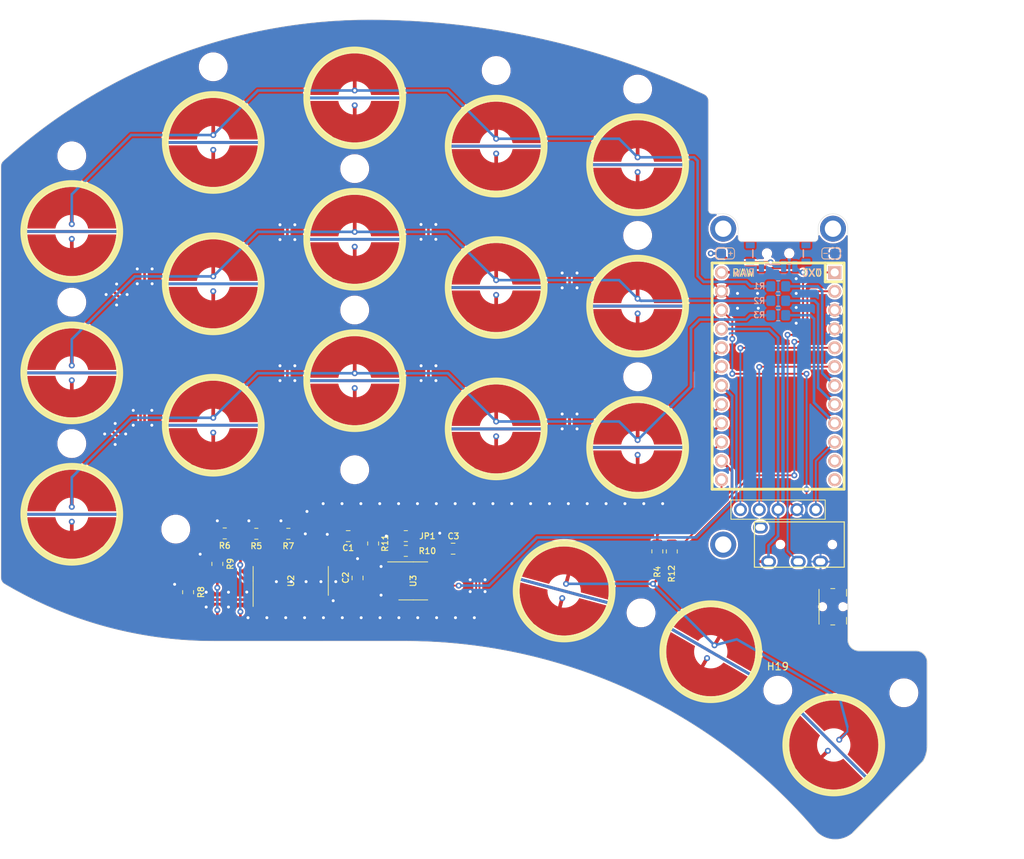
<source format=kicad_pcb>
(kicad_pcb (version 20221018) (generator pcbnew)
  (layers (0 "F.Cu" signal) (31 "B.Cu" signal) (34 "B.Paste" user) (35 "F.Paste" user) (36 "B.SilkS" user "B.Silkscreen") (37 "F.SilkS" user "F.Silkscreen") (38 "B.Mask" user) (39 "F.Mask" user) (44 "Edge.Cuts" user))
  (net 0 "")
  (net 1 "+3.3V")
  (net 2 "GND")
  (net 3 "APLEX_OUT_PIN_0")
  (net 4 "MOSI")
  (net 5 "SCK")
  (net 6 "CS")
  (net 8 "BAT+")
  (net 9 "RAW")
  (net 10 "Net-(R1-Pad1)")
  (net 11 "ROW0")
  (net 12 "ROW1")
  (net 13 "Net-(R2-Pad2)")
  (net 14 "ROW2")
  (net 15 "Net-(R3-Pad2)")
  (net 16 "COL0")
  (net 17 "COL1")
  (net 18 "COL2")
  (net 19 "COL3")
  (net 20 "COL4")
  (net 21 "Net-(JP1-A)")
  (net 22 "ADC")
  (net 23 "DATA")
  (net 24 "RESET")
  (net 25 "APLEX_EN_PIN_0")
  (net 26 "AMUX_SEL_2")
  (net 27 "AMUX_SEL_1")
  (net 28 "AMUX_SEL_0")
  (net 29 "Net-(R4-Pad2)")
  (net 30 "ROW3")
  (net 31 "HAND")
  (net 33 "POWER")
  (footprint "Capacitor_SMD:C_0805_2012Metric_Pad1.18x1.45mm_HandSolder" (layer "F.Cu") (at 213.988549 97.598989 180)
    (fp_text reference "C3")
    (fp_text value "100n")
  )
  (footprint "tako:MountingHole_3.4mm" (layer "F.Cu") (at 162.639543 44.666058)
    (fp_text reference "H1" hide)
    (fp_text value "MountingHole")
  )
  (footprint "Resistor_SMD:R_0805_2012Metric_Pad1.20x1.40mm_HandSolder" (layer "F.Cu") (at 243.439963 97.966057 -90)
    (fp_text reference "R12")
    (fp_text value "5.1k")
  )
  (footprint "tako:ecs_pad_1U_no_ring" (layer "F.Cu") (at 238.839549 45.859992 90)
    (fp_text reference "SW5")
    (fp_text value "EC_SW" hide)
  )
  (footprint "tako:ecs_pad_1U_no_ring" (layer "F.Cu") (at 200.73955 74.959991 90)
    (fp_text reference "SW13")
    (fp_text value "EC_SW" hide)
  )
  (footprint "tako:ecs_pad_1U_no_ring" (layer "F.Cu") (at 181.68955 80.9605 90)
    (fp_text reference "SW12")
    (fp_text value "EC_SW" hide)
  )
  (footprint "Button_Switch_SMD:Panasonic_EVQPUL_EVQPUC" (layer "F.Cu") (at 265.115971 105.420627 -90)
    (fp_text reference "RSW1" hide)
    (fp_text value "Reset")
  )
  (footprint "tako:ecs_pad_1U_no_ring" (layer "F.Cu") (at 219.78955 43.360005 90)
    (fp_text reference "SW4")
    (fp_text value "EC_SW" hide)
  )
  (footprint "tako:ecs_pad_1U_no_ring" (layer "F.Cu") (at 238.839549 83.959994 90)
    (fp_text reference "SW15")
    (fp_text value "EC_SW" hide)
  )
  (footprint "tako:ecs_pad_1U_no_ring" (layer "F.Cu") (at 162.639552 73.910492 90)
    (fp_text reference "SW6")
    (fp_text value "EC_SW" hide)
  )
  (footprint "Resistor_SMD:R_0805_2012Metric_Pad1.20x1.40mm_HandSolder" (layer "F.Cu") (at 191.804486 95.592133 180)
    (fp_text reference "R7")
    (fp_text value "100k")
  )
  (footprint "Package_SO:SOIC-8_3.9x4.9mm_P1.27mm" (layer "F.Cu") (at 208.622514 101.937135)
    (fp_text reference "U3")
    (fp_text value "OPA350")
  )
  (footprint "tako:bat_pin+" (layer "F.Cu") (at 250.116908 57.819421)
    (fp_text reference "BAT_HOLE+1" hide)
    (fp_text value "MountingHole_Pad" hide)
  )
  (footprint "tako:MountingHole_3.4mm" (layer "F.Cu") (at 219.789549 33.166058)
    (fp_text reference "H9" hide)
    (fp_text value "MountingHole")
  )
  (footprint "tako:ecs_pad_1U_no_ring" (layer "F.Cu") (at 200.73954 36.859996 90)
    (fp_text reference "SW3")
    (fp_text value "EC_SW" hide)
  )
  (footprint "tako:MountingHole_3.4mm" (layer "F.Cu") (at 238.839551 35.666058)
    (fp_text reference "H10" hide)
    (fp_text value "MountingHole")
  )
  (footprint "tako:M2_hole_3.5mm" (layer "F.Cu") (at 250.364002 97.039421 90)
    (fp_text reference "H17" hide)
    (fp_text value "MountingHole" hide)
  )
  (footprint "tako:ecs_pad_1U_no_ring" (layer "F.Cu") (at 162.63955 92.960494 90)
    (fp_text reference "SW11")
    (fp_text value "EC_SW" hide)
  )
  (footprint "tako:MountingHole_3.4mm" (layer "F.Cu") (at 239.297894 106.243092 -22.5)
    (fp_text reference "H13" hide)
    (fp_text value "MountingHole")
  )
  (footprint "tako:MountingHole_3.4mm" (layer "F.Cu") (at 162.639541 64.385492)
    (fp_text reference "H2" hide)
    (fp_text value "MountingHole")
  )
  (footprint "tako:MountingHole_3.4mm" (layer "F.Cu") (at 176.63955 94.960499)
    (fp_text reference "H5" hide)
    (fp_text value "MountingHole")
  )
  (footprint "Capacitor_SMD:C_0805_2012Metric_Pad1.18x1.45mm_HandSolder" (layer "F.Cu") (at 199.860014 95.898991)
    (fp_text reference "C1")
    (fp_text value "100n")
  )
  (footprint "Resistor_SMD:R_0805_2012Metric_Pad1.20x1.40mm_HandSolder" (layer "F.Cu") (at 182.23855 99.64899 90)
    (fp_text reference "R9")
    (fp_text value "100k")
  )
  (footprint "tako:M2_hole_3.5mm" (layer "F.Cu") (at 250.364001 54.480531)
    (fp_text reference "H15" hide)
    (fp_text value "MountingHole" hide)
  )
  (footprint "Resistor_SMD:R_0805_2012Metric_Pad1.20x1.40mm_HandSolder" (layer "F.Cu") (at 183.238547 95.542492 180)
    (fp_text reference "R6")
    (fp_text value "100k")
  )
  (footprint "tako:ecs_pad_1U_no_ring" (layer "F.Cu") (at 181.689546 42.860498 90)
    (fp_text reference "SW2")
    (fp_text value "EC_SW" hide)
  )
  (footprint "tako:TRRS-PJ-320A" (layer "F.Cu") (at 266.665975 97.039423 -90)
    (fp_text reference "J1")
    (fp_text value "MJ-4PP-9")
  )
  (footprint "Capacitor_SMD:C_0805_2012Metric_Pad1.18x1.45mm_HandSolder" (layer "F.Cu") (at 201.122517 101.542491 90)
    (fp_text reference "C2")
    (fp_text value "220p")
  )
  (footprint "Resistor_SMD:R_0805_2012Metric_Pad1.20x1.40mm_HandSolder" (layer "F.Cu") (at 187.488548 95.592136 180)
    (fp_text reference "R5")
    (fp_text value "100k")
  )
  (footprint "tako:ecs_pad_1U_no_ring_90deg" (layer "F.Cu") (at 248.689516 111.480384 150)
    (fp_text reference "SW17")
    (fp_text value "EC_SW" hide)
  )
  (footprint "tako:ecs_pad_1U_no_ring" (layer "F.Cu") (at 219.78955 62.409994 90)
    (fp_text reference "SW9")
    (fp_text value "EC_SW" hide)
  )
  (footprint "tako:MountingHole_3.4mm" (layer "F.Cu") (at 274.694073 117.01475 -22.5)
    (fp_text reference "H14" hide)
    (fp_text value "MountingHole")
  )
  (footprint "tako:ecs_pad_1U_no_ring" (layer "F.Cu") (at 181.689551 61.910495 90)
    (fp_text reference "SW7")
    (fp_text value "EC_SW" hide)
  )
  (footprint "tako:ecs_pad_1U_no_ring" (layer "F.Cu") (at 219.789545 81.459993 90)
    (fp_text reference "SW14")
    (fp_text value "EC_SW" hide)
  )
  (footprint "tako:ecs_pad_1U_no_ring" (layer "F.Cu") (at 162.63954 54.860494 90)
    (fp_text reference "SW1")
    (fp_text value "EC_SW" hide)
  )
  (footprint "Resistor_SMD:R_0805_2012Metric_Pad1.20x1.40mm_HandSolder" (layer "F.Cu") (at 207.622514 97.89899)
    (fp_text reference "R10")
    (fp_text value "100k")
  )
  (footprint "tako:MountingHole_3.4mm" (layer "F.Cu") (at 238.839549 74.434995)
    (fp_text reference "H12" hide)
    (fp_text value "MountingHole")
  )
  (footprint "tako:MountingHole_3.4mm" (layer "F.Cu") (at 200.739542 46.384998)
    (fp_text reference "H6" hide)
    (fp_text value "MountingHole")
  )
  (footprint "tako:ecs_pad_1U_no_ring" (layer "F.Cu") (at 238.839548 64.909997 90)
    (fp_text reference "SW10")
    (fp_text value "EC_SW" hide)
  )
  (footprint "Resistor_SMD:R_0805_2012Metric_Pad1.20x1.40mm_HandSolder" (layer "F.Cu") (at 178.304486 103.459424 90)
    (fp_text reference "R8")
    (fp_text value "100k")
  )
  (footprint "Package_SO:SOIC-16_3.9x9.9mm_P1.27mm" (layer "F.Cu") (at 192.122517 101.937137 90)
    (fp_text reference "U2")
    (fp_text value "74HC4051")
  )
  (footprint "Resistor_SMD:R_0805_2012Metric_Pad1.20x1.40mm_HandSolder" (layer "F.Cu") (at 207.622517 95.898992)
    (fp_text reference "JP1")
    (fp_text value "Ext_Res")
  )
  (footprint "tako:MountingHole_3.4mm" (layer "F.Cu") (at 181.689545 32.666057)
    (fp_text reference "H4" hide)
    (fp_text value "MountingHole")
  )
  (footprint "tako:MountingHole_3.4mm" (layer "F.Cu") (at 238.839549 55.384995)
    (fp_text reference "H11" hide)
    (fp_text value "MountingHole")
  )
  (footprint "tako:ecs_pad_1U_no_ring_90deg" (layer "F.Cu") (at 228.942589 103.300695 165)
    (fp_text reference "SW18")
    (fp_text value "EC_SW" hide)
  )
  (footprint "tako:ecs_pad_1U_no_ring" (layer "F.Cu") (at 200.739544 55.909999 90)
    (fp_text reference "SW8")
    (fp_text value "EC_SW" hide)
  )
  (footprint "tako:nice_view" (layer "F.Cu") (at 257.75433 75.852635)
    (fp_text reference "DISP1")
    (fp_text value "nice!view" hide)
  )
  (footprint "tako:M2_hole_3.5mm" (layer "F.Cu") (at 265.145326 54.480079)
    (fp_text reference "H16" hide)
    (fp_text value "MountingHole" hide)
  )
  (footprint "tako:MountingHole_3.4mm" (layer "F.Cu") (at 200.739541 65.434995)
    (fp_text reference "H7" hide)
    (fp_text value "MountingHole")
  )
  (footprint "tako:bat_pin-" (layer "F.Cu") (at 265.390409 57.819423 180)
    (fp_text reference "BAT_HOLE-1" hide)
    (fp_text value "MountingHole_Pad" hide)
  )
  (footprint "tako:ecs_pad_1U_no_ring_90deg" (layer "F.Cu") (at 265.249073 124.04775 135)
    (fp_text reference "SW16")
    (fp_text value "EC_SW" hide)
  )
  (footprint "Resistor_SMD:R_0805_2012Metric_Pad1.20x1.40mm_HandSolder" (layer "F.Cu") (at 203.222517 96.89899 90)
    (fp_text reference "R11")
    (fp_text value "1k")
  )
  (footprint "tako:MountingHole_3.4mm" (layer "F.Cu") (at 162.63955 83.435488)
    (fp_text reference "H3" hide)
    (fp_text value "MountingHole")
  )
  (footprint "Resistor_SMD:R_0805_2012Metric_Pad1.20x1.40mm_HandSolder" (layer "F.Cu") (at 241.489549 97.959989 -90)
    (fp_text reference "R4")
    (fp_text value "100")
  )
  (footprint "tako:MountingHole_3.4mm" (layer "F.Cu") (at 257.715972 116.670626)
    (fp_text reference "H19")
    (fp_text value "MountingHole")
  )
  (footprint "tako:MountingHole_3.4mm" (layer "F.Cu") (at 200.739548 86.959992)
    (fp_text reference "H8" hide)
    (fp_text value "MountingHole")
  )
  (footprint "tako:SW_SPDT_SMD_PCM12" (layer "B.Cu") (at 257.75458 58.142138)
    (fp_text reference "PSW1" hide)
    (fp_text value "SW_SPDT")
  )
  (footprint "tako:ArduinoProMicro" (layer "B.Cu") (at 257.754575 74.343659 -90)
    (fp_text reference "U1" hide)
    (fp_text value "STeMCell" hide)
  )
  (footprint "Resistor_SMD:R_0805_2012Metric_Pad1.20x1.40mm_HandSolder" (layer "B.Cu") (at 257.772518 66.142134 180)
    (fp_text reference "R3")
    (fp_text value "100")
  )
  (footprint "Resistor_SMD:R_0805_2012Metric_Pad1.20x1.40mm_HandSolder" (layer "B.Cu") (at 257.772513 64.192137 180)
    (fp_text reference "R2")
    (fp_text value "100")
  )
  (footprint "Resistor_SMD:R_0805_2012Metric_Pad1.20x1.40mm_HandSolder" (layer "B.Cu") (at 257.772514 62.242136)
    (fp_text reference "R1")
    (fp_text value "100")
  )
  (gr_line (start 276.294057 111.364599) (end 268.643644 111.364387) (stroke (width 0.1)) (layer "Edge.Cuts"))
  (gr_arc (start 277.819057 124.214599) (mid 277.670378 125.263417) (end 277.24832 126.23501) (stroke (width 0.1)) (layer "Edge.Cuts"))
  (gr_arc (start 202.739289 26.334575) (mid 225.817109 28.876226) (end 247.788744 36.379091) (stroke (width 0.05)) (layer "Edge.Cuts"))
  (gr_line (start 153.114941 86.246058) (end 153.114943 101.485645) (stroke (width 0.05)) (layer "Edge.Cuts"))
  (gr_line (start 248.364002 51.980529) (end 248.364002 37.284666) (stroke (width 0.05)) (layer "Edge.Cuts"))
  (gr_arc (start 153.588342 102.335003) (mid 153.241253 101.971847) (end 153.114943 101.485645) (stroke (width 0.05)) (layer "Edge.Cuts"))
  (gr_arc (start 263.145135 54.479892) (mid 263.730941 53.065606) (end 265.145268 52.479904) (stroke (width 0.05)) (layer "Edge.Cuts"))
  (gr_arc (start 181.689856 110.03599) (mid 167.121062 108.075856) (end 153.588342 102.335003) (stroke (width 0.05)) (layer "Edge.Cuts"))
  (gr_line (start 207.751735 110.035651) (end 181.689856 110.03599) (stroke (width 0.05)) (layer "Edge.Cuts"))
  (gr_line (start 153.114948 46.085744) (end 153.11494 60.166058) (stroke (width 0.05)) (layer "Edge.Cuts"))
  (gr_line (start 248.864006 52.480527) (end 250.363944 52.480355) (stroke (width 0.05)) (layer "Edge.Cuts"))
  (gr_arc (start 250.363944 52.480355) (mid 251.778243 53.06616) (end 252.363931 54.480488) (stroke (width 0.05)) (layer "Edge.Cuts"))
  (gr_line (start 252.864111 56.230419) (end 262.644956 56.229817) (stroke (width 0.05)) (layer "Edge.Cuts"))
  (gr_arc (start 276.294057 111.364599) (mid 277.372395 111.811261) (end 277.819057 112.889599) (stroke (width 0.1)) (layer "Edge.Cuts"))
  (gr_arc (start 267.79918 135.879353) (mid 265.356024 136.751584) (end 262.966865 135.740785) (stroke (width 0.05)) (layer "Edge.Cuts"))
  (gr_arc (start 153.114948 46.085744) (mid 153.199487 45.683416) (end 153.438748 45.349091) (stroke (width 0.05)) (layer "Edge.Cuts"))
  (gr_line (start 153.114941 86.246058) (end 153.11494 60.166058) (stroke (width 0.05)) (layer "Edge.Cuts"))
  (gr_line (start 267.145259 54.480041) (end 267.144942 94.264804) (stroke (width 0.05)) (layer "Edge.Cuts"))
  (gr_arc (start 248.864006 52.480527) (mid 248.510461 52.334073) (end 248.364002 51.980529) (stroke (width 0.05)) (layer "Edge.Cuts"))
  (gr_line (start 252.363931 54.480488) (end 252.364104 55.730421) (stroke (width 0.05)) (layer "Edge.Cuts"))
  (gr_arc (start 263.14496 55.72982) (mid 262.998476 56.08334) (end 262.644956 56.229817) (stroke (width 0.05)) (layer "Edge.Cuts"))
  (gr_line (start 267.144948 94.264807) (end 267.144057 109.839599) (stroke (width 0.1)) (layer "Edge.Cuts"))
  (gr_arc (start 207.751735 110.035651) (mid 238.182841 116.823197) (end 262.966864 135.740786) (stroke (width 0.05)) (layer "Edge.Cuts"))
  (gr_arc (start 252.864111 56.230419) (mid 252.51053 56.083972) (end 252.364104 55.730421) (stroke (width 0.05)) (layer "Edge.Cuts"))
  (gr_arc (start 153.438748 45.349091) (mid 176.319144 31.252928) (end 202.739289 26.334575) (stroke (width 0.05)) (layer "Edge.Cuts"))
  (gr_arc (start 247.788744 36.379091) (mid 248.208059 36.748229) (end 248.364002 37.284666) (stroke (width 0.05)) (layer "Edge.Cuts"))
  (gr_arc (start 265.145268 52.479904) (mid 266.559447 53.06581) (end 267.145259 54.480041) (stroke (width 0.05)) (layer "Edge.Cuts"))
  (gr_line (start 263.14496 55.72982) (end 263.145135 54.479892) (stroke (width 0.05)) (layer "Edge.Cuts"))
  (gr_arc (start 268.643644 111.364387) (mid 267.581771 110.908914) (end 267.144057 109.839599) (stroke (width 0.1)) (layer "Edge.Cuts"))
  (gr_line (start 277.24832 126.23501) (end 267.79918 135.879353) (stroke (width 0.1)) (layer "Edge.Cuts"))
  (gr_line (start 277.819057 112.889599) (end 277.819057 124.214599) (stroke (width 0.1)) (layer "Edge.Cuts"))
  (gr_text "TAKO\nREV 1.0\nBY SSBB" (at 203.389965 87.001456) (layer "F.Cu") (effects (font (size 0.8 0.8)) (justify left)))
  (segment (start 245.178981 99.339422) (end 256.465971 99.339424) (width 0.35) (layer "F.Cu") (net 1))
  (segment (start 243.439965 98.966056) (end 244.805614 98.966056) (width 0.35) (layer "F.Cu") (net 1))
  (segment (start 244.805614 98.966056) (end 245.178981 99.339422) (width 0.35) (layer "F.Cu") (net 1))
  (segment (start 257.75433 95.882271) (end 257.754328 92.332635) (width 0.35) (layer "B.Cu") (net 1))
  (segment (start 257.754332 69.180423) (end 257.75433 92.332635) (width 0.35) (layer "B.Cu") (net 1))
  (segment (start 256.465971 99.339424) (end 256.465972 97.170627) (width 0.35) (layer "B.Cu") (net 1))
  (segment (start 250.134576 67.99366) (end 256.567566 67.99366) (width 0.35) (layer "B.Cu") (net 1))
  (segment (start 255.872516 99.339423) (end 256.465971 99.339424) (width 0.35) (layer "B.Cu") (net 1))
  (segment (start 256.465972 97.170627) (end 257.75433 95.882271) (width 0.35) (layer "B.Cu") (net 1))
  (segment (start 256.567566 67.99366) (end 257.754332 69.180423) (width 0.35) (layer "B.Cu") (net 1))
  (via (at 260.189969 61.216057) (size 0.8) (drill 0.4) (layers "F.Cu" "B.Cu") (net 2))
  (via (at 194.088549 95.598991) (size 0.8) (drill 0.4) (layers "F.Cu" "B.Cu") (net 2))
  (via (at 186.201834 103.439598) (size 0.8) (drill 0.4) (layers "F.Cu" "B.Cu") (net 2))
  (via (at 186.488552 93.842492) (size 0.8) (drill 0.4) (layers "F.Cu" "B.Cu") (net 2))
  (via (at 234.58955 91.52999) (size 0.8) (drill 0.4) (layers "F.Cu" "B.Cu") (net 2))
  (via (at 192.676256 72.950602) (size 0.8) (drill 0.4) (layers "F.Cu" "B.Cu") (net 2))
  (via (at 229.509548 91.529992) (size 0.8) (drill 0.4) (layers "F.Cu" "B.Cu") (net 2))
  (via (at 180.73855 103.459422) (size 0.8) (drill 0.4) (layers "F.Cu" "B.Cu") (net 2))
  (via (at 173.456255 59.9006) (size 0.8) (drill 0.4) (layers "F.Cu" "B.Cu") (net 2))
  (via (at 186.368548 106.898991) (size 0.8) (drill 0.4) (layers "F.Cu" "B.Cu") (net 2))
  (via (at 232.049547 91.529992) (size 0.8) (drill 0.4) (layers "F.Cu" "B.Cu") (net 2))
  (via (at 228.676259 60.450602) (size 0.8) (drill 0.4) (layers "F.Cu" "B.Cu") (net 2))
  (via (at 230.676257 62.450599) (size 0.8) (drill 0.4) (layers "F.Cu" "B.Cu") (net 2))
  (via (at 239.669549 91.529989) (size 0.8) (drill 0.4) (layers "F.Cu" "B.Cu") (net 2))
  (via (at 224.429549 91.529989) (size 0.8) (drill 0.4) (layers "F.Cu" "B.Cu") (net 2))
  (via (at 170.089736 63.350052) (size 0.8) (drill 0.4) (layers "F.Cu" "B.Cu") (net 2))
  (via (at 218.289546 103.382637) (size 0.8) (drill 0.4) (layers "F.Cu" "B.Cu") (net 2))
  (via (at 176.488549 102.39899) (size 0.8) (drill 0.4) (layers "F.Cu" "B.Cu") (net 2))
  (via (at 173.416257 80.960603) (size 0.8) (drill 0.4) (layers "F.Cu" "B.Cu") (net 2))
  (via (at 212.190408 95.509423) (size 0.8) (drill 0.4) (layers "F.Cu" "B.Cu") (net 2))
  (via (at 190.676255 72.950602) (size 0.8) (drill 0.4) (layers "F.Cu" "B.Cu") (net 2))
  (via (at 196.489547 91.529992) (size 0.8) (drill 0.4) (layers "F.Cu" "B.Cu") (net 2))
  (via (at 204.288548 99.998989) (size 0.8) (drill 0.4) (layers "F.Cu" "B.Cu") (net 2))
  (via (at 204.148548 106.898991) (size 0.8) (drill 0.4) (layers "F.Cu" "B.Cu") (net 2))
  (via (at 216.809551 91.529992) (size 0.8) (drill 0.4) (layers "F.Cu" "B.Cu") (net 2))
  (via (at 190.804486 93.842492) (size 0.8) (drill 0.4) (layers "F.Cu" "B.Cu") (net 2))
  (via (at 204.109547 91.529992) (size 0.8) (drill 0.4) (layers "F.Cu" "B.Cu") (net 2))
  (via (at 209.676255 72.950599) (size 0.8) (drill 0.4) (layers "F.Cu" "B.Cu") (net 2))
  (via (at 216.848547 106.898991) (size 0.8) (drill 0.4) (layers "F.Cu" "B.Cu") (net 2))
  (via (at 218.28955 101.782634) (size 0.8) (drill 0.4) (layers "F.Cu" "B.Cu") (net 2))
  (via (at 192.18955 102.04049) (size 0.8) (drill 0.4) (layers "F.Cu" "B.Cu") (net 2))
  (via (at 168.675526 61.935838) (size 0.8) (drill 0.4) (layers "F.Cu" "B.Cu") (net 2))
  (via (at 170.916255 78.960598) (size 0.8) (drill 0.4) (layers "F.Cu" "B.Cu") (net 2))
  (via (at 237.129549 91.529992) (size 0.8) (drill 0.4) (layers "F.Cu" "B.Cu") (net 2))
  (via (at 228.67626 62.450601) (size 0.8) (drill 0.4) (layers "F.Cu" "B.Cu") (net 2))
  (via (at 180.73855 105.459421) (size 0.8) (drill 0.4) (layers "F.Cu" "B.Cu") (net 2))
  (via (at 196.528547 106.89899) (size 0.8) (drill 0.4) (layers "F.Cu" "B.Cu") (net 2))
  (via (at 197.840408 104.609424) (size 0.8) (drill 0.4) (layers "F.Cu" "B.Cu") (net 2))
  (via (at 183.73855 105.459423) (size 0.8) (drill 0.4) (layers "F.Cu" "B.Cu") (net 2))
  (via (at 183.73855 103.459423) (size 0.8) (drill 0.4) (layers "F.Cu" "B.Cu") (net 2))
  (via (at 168.481006 80.726494) (size 0.8) (drill 0.4) (layers "F.Cu" "B.Cu") (net 2))
  (via (at 206.688549 106.898991) (size 0.8) (drill 0.4) (layers "F.Cu" "B.Cu") (net 2))
  (via (at 214.269547 91.529991) (size 0.8) (drill 0.4) (layers "F.Cu" "B.Cu") (net 2))
  (via (at 211.676256 74.950602) (size 0.8) (drill 0.4) (layers "F.Cu" "B.Cu") (net 2))
  (via (at 221.889549 91.529991) (size 0.8) (drill 0.4) (layers "F.Cu" "B.Cu") (net 2))
  (via (at 206.649547 91.529992) (size 0.8) (drill 0.4) (layers "F.Cu" "B.Cu") (net 2))
  (via (at 192.676258 74.950601) (size 0.8) (drill 0.4) (layers "F.Cu" "B.Cu") (net 2))
  (via (at 228.676258 81.4506) (size 0.8) (drill 0.4) (layers "F.Cu" "B.Cu") (net 2))
  (via (at 190.676258 74.950603) (size 0.8) (drill 0.4) (layers "F.Cu" "B.Cu") (net 2))
  (via (at 211.66626 55.910601) (size 0.8) (drill 0.4) (layers "F.Cu" "B.Cu") (net 2))
  (via (at 179.926834 98.339598) (size 0.8) (drill 0.4) (layers "F.Cu" "B.Cu") (net 2))
  (via (at 188.90855 106.89899) (size 0.8) (drill 0.4) (layers "F.Cu" "B.Cu") (net 2))
  (via (at 230.676256 81.450604) (size 0.8) (drill 0.4) (layers "F.Cu" "B.Cu") (net 2))
  (via (at 173.456258 61.900604) (size 0.8) (drill 0.4) (layers "F.Cu" "B.Cu") (net 2))
  (via (at 199.068548 106.898989) (size 0.8) (drill 0.4) (layers "F.Cu" "B.Cu") (net 2))
  (via (at 255.088553 65.198993) (size 0.8) (drill 0.4) (layers "F.Cu" "B.Cu") (net 2))
  (via (at 211.768547 106.89899) (size 0.8) (drill 0.4) (layers "F.Cu" "B.Cu") (net 2))
  (via (at 201.608547 106.898991) (size 0.8) (drill 0.4) (layers "F.Cu" "B.Cu") (net 2))
  (via (at 199.029546 91.529991) (size 0.8) (drill 0.4) (layers "F.Cu" "B.Cu") (net 2))
  (via (at 209.666255 55.910603) (size 0.8) (drill 0.4) (layers "F.Cu" "B.Cu") (net 2))
  (via (at 201.569548 91.529992) (size 0.8) (drill 0.4) (layers "F.Cu" "B.Cu") (net 2))
  (via (at 260.189967 67.216055) (size 0.8) (drill 0.4) (layers "F.Cu" "B.Cu") (net 2))
  (via (at 260.189968 63.198991) (size 0.8) (drill 0.4) (layers "F.Cu" "B.Cu") (net 2))
  (via (at 192.676257 53.9506) (size 0.8) (drill 0.4) (layers "F.Cu" "B.Cu") (net 2))
  (via (at 194.189549 102.040493) (size 0.8) (drill 0.4) (layers "F.Cu" "B.Cu") (net 2))
  (via (at 169.895222 82.140707) (size 0.8) (drill 0.4) (layers "F.Cu" "B.Cu") (net 2))
  (via (at 190.676256 53.950602) (size 0.8) (drill 0.4) (layers "F.Cu" "B.Cu") (net 2))
  (via (at 216.289546 101.782635) (size 0.8) (drill 0.4) (layers "F.Cu" "B.Cu") (net 2))
  (via (at 171.456255 61.900602) (size 0.8) (drill 0.4) (layers "F.Cu" "B.Cu") (net 2))
  (via (at 204.98855 95.898989) (size 0.8) (drill 0.4) (layers "F.Cu" "B.Cu") (net 2))
  (via (at 198.189547 102.040493) (size 0.8) (drill 0.4) (layers "F.Cu" "B.Cu") (net 2))
  (via (at 242.209547 91.52999) (size 0.8) (drill 0.4) (layers "F.Cu" "B.Cu") (net 2))
  (via (at 214.308551 106.898991) (size 0.8) (drill 0.4) (layers "F.Cu" "B.Cu") (net 2))
  (via (at 219.349547 91.529989) (size 0.8) (drill 0.4) (layers "F.Cu" "B.Cu") (net 2))
  (via (at 260.189964 65.098991) (size 0.8) (drill 0.4) (layers "F.Cu" "B.Cu") (net 2))
  (via (at 211.666254 53.910601) (size 0.8) (drill 0.4) (layers "F.Cu" "B.Cu") (net 2))
  (via (at 230.676256 79.450602) (size 0.8) (drill 0.4) (layers "F.Cu" "B.Cu") (net 2))
  (via (at 190.676256 55.950601) (size 0.8) (drill 0.4) (layers "F.Cu" "B.Cu") (net 2))
  (via (at 209.18955 91.52999) (size 0.8) (drill 0.4) (layers "F.Cu" "B.Cu") (net 2))
  (via (at 216.289551 103.382635) (size 0.8) (drill 0.4) (layers "F.Cu" "B.Cu") (net 2))
  (via (at 211.676257 72.950603) (size 0.8) (drill 0.4) (layers "F.Cu" "B.Cu") (net 2))
  (via (at 209.666259 53.910603) (size 0.8) (drill 0.4) (layers "F.Cu" "B.Cu") (net 2))
  (via (at 204.290408 103.859422) (size 0.8) (drill 0.4) (layers "F.Cu" "B.Cu") (net 2))
  (via (at 254.98855 63.198991) (size 0.8) (drill 0.4) (layers "F.Cu" "B.Cu") (net 2))
  (via (at 192.676257 55.950604) (size 0.8) (drill 0.4) (layers "F.Cu" "B.Cu") (net 2))
  (via (at 167.261311 63.350051) (size 0.8) (drill 0.4) (layers "F.Cu" "B.Cu") (net 2))
  (via (at 209.676256 74.9506) (size 0.8) (drill 0.4) (layers "F.Cu" "B.Cu") (net 2))
  (via (at 190.189549 102.042491) (size 0.8) (drill 0.4) (layers "F.Cu" "B.Cu") (net 2))
  (via (at 252.288551 63.198991) (size 0.8) (drill 0.4) (layers "F.Cu" "B.Cu") (net 2))
  (via (at 211.72955 91.529992) (size 0.8) (drill 0.4) (layers "F.Cu" "B.Cu") (net 2))
  (via (at 167.066791 82.140706) (size 0.8) (drill 0.4) (layers "F.Cu" "B.Cu") (net 2))
  (via (at 168.675525 64.764265) (size 0.8) (drill 0.4) (layers "F.Cu" "B.Cu") (net 2))
  (via (at 171.456258 59.9006) (size 0.8) (drill 0.4) (layers "F.Cu" "B.Cu") (net 2))
  (via (at 228.676258 79.450602) (size 0.8) (drill 0.4) (layers "F.Cu" "B.Cu") (net 2))
  (via (at 197.044964 95.666058) (size 0.8) (drill 0.4) (layers "F.Cu" "B.Cu") (net 2))
  (via (at 209.228548 106.898991) (size 0.8) (drill 0.4) (layers "F.Cu" "B.Cu") (net 2))
  (via (at 194.309547 92.580492) (size 0.8) (drill 0.4) (layers "F.Cu" "B.Cu") (net 2))
  (via (at 173.416254 78.960601) (size 0.8) (drill 0.4) (layers "F.Cu" "B.Cu") (net 2))
  (via (at 191.448548 106.898991) (size 0.8) (drill 0.4) (layers "F.Cu" "B.Cu") (net 2))
  (via (at 201.122515 98.942493) (size 0.8) (drill 0.4) (layers "F.Cu" "B.Cu") (net 2))
  (via (at 182.238551 93.842492) (size 0.8) (drill 0.4) (layers "F.Cu" "B.Cu") (net 2))
  (via (at 170.916256 80.960601) (size 0.8) (drill 0.4) (layers "F.Cu" "B.Cu") (net 2))
  (via (at 196.18955 102.040491) (size 0.8) (drill 0.4) (layers "F.Cu" "B.Cu") (net 2))
  (via (at 226.969547 91.529992) (size 0.8) (drill 0.4) (layers "F.Cu" "B.Cu") (net 2))
  (via (at 168.481007 83.55492) (size 0.8) (drill 0.4) (layers "F.Cu" "B.Cu") (net 2))
  (via (at 193.98855 106.897008) (size 0.8) (drill 0.4) (layers "F.Cu" "B.Cu") (net 2))
  (via (at 230.676257 60.450602) (size 0.8) (drill 0.4) (layers "F.Cu" "B.Cu") (net 2))
  (via (at 252.288549 65.198992) (size 0.8) (drill 0.4) (layers "F.Cu" "B.Cu") (net 2))
  (segment (start 201.085016 102.542492) (end 199.434565 102.54249) (width 0.35) (layer "F.Cu") (net 3))
  (segment (start 217.092789 103.742998) (end 217.09279 95.129393) (width 0.25) (layer "F.Cu") (net 3))
  (segment (start 248.689547 91.119639) (end 248.68955 84.678689) (width 0.25) (layer "F.Cu") (net 3))
  (segment (start 209.989966 104.916057) (end 215.919732 104.916058) (width 0.25) (layer "F.Cu") (net 3))
  (segment (start 217.09279 95.129393) (end 217.762191 94.459992) (width 0.25) (layer "F.Cu") (net 3))
  (segment (start 215.919732 104.916058) (end 217.092789 103.742998) (width 0.25) (layer "F.Cu") (net 3))
  (segment (start 248.68955 84.678689) (end 250.134578 83.23366) (width 0.25) (layer "F.Cu") (net 3))
  (segment (start 190.217517 103.263524) (end 190.217515 104.412136) (width 0.35) (layer "F.Cu") (net 3))
  (segment (start 245.349195 94.459991) (end 248.689547 91.119639) (width 0.25) (layer "F.Cu") (net 3))
  (segment (start 199.03855 102.938508) (end 190.542534 102.938507) (width 0.35) (layer "F.Cu") (net 3))
  (segment (start 206.147517 102.572136) (end 207.646044 102.572135) (width 0.25) (layer "F.Cu") (net 3))
  (segment (start 201.122515 102.579991) (end 206.139659 102.579992) (width 0.35) (layer "F.Cu") (net 3))
  (segment (start 190.542534 102.938507) (end 190.217517 103.263524) (width 0.35) (layer "F.Cu") (net 3))
  (segment (start 207.646044 102.572135) (end 209.989966 104.916057) (width 0.25) (layer "F.Cu") (net 3))
  (segment (start 199.434565 102.54249) (end 199.03855 102.938508) (width 0.35) (layer "F.Cu") (net 3))
  (segment (start 217.762191 94.459992) (end 245.349195 94.459991) (width 0.25) (layer "F.Cu") (net 3))
  (segment (start 252.706381 70.533659) (end 265.374578 70.533661) (width 0.25) (layer "F.Cu") (net 4))
  (segment (start 252.674328 70.565709) (end 252.706381 70.533659) (width 0.25) (layer "F.Cu") (net 4))
  (via (at 252.674328 70.565709) (size 0.8) (drill 0.4) (layers "F.Cu" "B.Cu") (net 4))
  (segment (start 252.674328 70.565709) (end 252.67433 92.332634) (width 0.25) (layer "B.Cu") (net 4))
  (segment (start 255.214329 73.112048) (end 255.25272 73.07366) (width 0.25) (layer "F.Cu") (net 5))
  (segment (start 255.25272 73.07366) (end 265.374576 73.073658) (width 0.25) (layer "F.Cu") (net 5))
  (via (at 255.214329 73.112048) (size 0.8) (drill 0.4) (layers "F.Cu" "B.Cu") (net 5))
  (segment (start 255.214329 73.112048) (end 255.214331 92.332638) (width 0.25) (layer "B.Cu") (net 5))
  (segment (start 262.834333 85.773907) (end 265.374576 83.233662) (width 0.25) (layer "B.Cu") (net 6))
  (segment (start 262.834328 92.332633) (end 262.834333 85.773907) (width 0.25) (layer "B.Cu") (net 6))
  (segment (start 248.693333 57.819423) (end 248.689966 57.816058) (width 0.35) (layer "F.Cu") (net 8))
  (segment (start 250.116908 57.819421) (end 248.693333 57.819423) (width 0.35) (layer "F.Cu") (net 8))
  (segment (start 256.740408 59.009421) (end 251.306907 59.009424) (width 0.35) (layer "F.Cu") (net 8))
  (segment (start 251.306907 59.009424) (end 250.116908 57.819421) (width 0.35) (layer "F.Cu") (net 8))
  (via (at 248.689966 57.816058) (size 0.8) (drill 0.4) (layers "F.Cu" "B.Cu") (net 8))
  (via (at 256.740408 59.009421) (size 0.8) (drill 0.4) (layers "F.Cu" "B.Cu") (net 8))
  (segment (start 248.689966 57.816058) (end 250.113541 57.816056) (width 0.35) (layer "B.Cu") (net 8))
  (segment (start 257.303118 59.572134) (end 258.504578 59.572133) (width 0.35) (layer "B.Cu") (net 8))
  (segment (start 250.113541 57.816056) (end 250.116908 57.819421) (width 0.35) (layer "B.Cu") (net 8))
  (segment (start 256.740408 59.009421) (end 257.303118 59.572134) (width 0.35) (layer "B.Cu") (net 8))
  (segment (start 261.09041 60.359424) (end 250.148815 60.359424) (width 0.35) (layer "F.Cu") (net 9))
  (via (at 261.09041 60.359424) (size 0.8) (drill 0.4) (layers "F.Cu" "B.Cu") (net 9))
  (segment (start 261.09041 60.359424) (end 260.791867 60.359424) (width 0.35) (layer "B.Cu") (net 9))
  (segment (start 260.791867 60.359424) (end 260.00458 59.572134) (width 0.35) (layer "B.Cu") (net 9))
  (via (at 238.839548 44.859994) (size 0.8) (drill 0.4) (layers "F.Cu" "B.Cu") (net 10))
  (via (at 219.789552 42.360001) (size 0.8) (drill 0.4) (layers "F.Cu" "B.Cu") (net 10))
  (via (at 200.73954 35.859996) (size 0.8) (drill 0.4) (layers "F.Cu" "B.Cu") (net 10))
  (via (at 181.689543 41.860498) (size 0.8) (drill 0.4) (layers "F.Cu" "B.Cu") (net 10))
  (via (at 162.639541 53.860499) (size 0.8) (drill 0.4) (layers "F.Cu" "B.Cu") (net 10))
  (segment (start 253.466044 61.642135) (end 254.066042 62.242135) (width 0.35) (layer "B.Cu") (net 10))
  (segment (start 219.789552 42.360001) (end 213.289548 35.859997) (width 0.35) (layer "B.Cu") (net 10))
  (segment (start 246.922514 45.348609) (end 246.922517 60.848607) (width 0.35) (layer "B.Cu") (net 10))
  (segment (start 213.289548 35.859997) (end 200.73954 35.859996) (width 0.35) (layer "B.Cu") (net 10))
  (segment (start 247.716042 61.642132) (end 253.466044 61.642135) (width 0.35) (layer "B.Cu") (net 10))
  (segment (start 219.789552 42.360001) (end 236.339555 42.359999) (width 0.35) (layer "B.Cu") (net 10))
  (segment (start 181.689543 41.860498) (end 170.634351 41.860498) (width 0.35) (layer "B.Cu") (net 10))
  (segment (start 162.639542 49.855301) (end 162.639541 53.860499) (width 0.35) (layer "B.Cu") (net 10))
  (segment (start 238.839548 44.859994) (end 246.433903 44.859994) (width 0.35) (layer "B.Cu") (net 10))
  (segment (start 170.634351 41.860498) (end 162.639542 49.855301) (width 0.35) (layer "B.Cu") (net 10))
  (segment (start 181.689543 41.860498) (end 187.690044 35.859996) (width 0.35) (layer "B.Cu") (net 10))
  (segment (start 236.339555 42.359999) (end 238.839548 44.859994) (width 0.35) (layer "B.Cu") (net 10))
  (segment (start 246.922517 60.848607) (end 247.716042 61.642132) (width 0.35) (layer "B.Cu") (net 10))
  (segment (start 246.433903 44.859994) (end 246.922514 45.348609) (width 0.35) (layer "B.Cu") (net 10))
  (segment (start 254.066042 62.242135) (end 256.772513 62.242134) (width 0.35) (layer "B.Cu") (net 10))
  (segment (start 187.690044 35.859996) (end 200.73954 35.859996) (width 0.35) (layer "B.Cu") (net 10))
  (segment (start 263.692713 73.931797) (end 265.374578 75.613658) (width 0.35) (layer "B.Cu") (net 11))
  (segment (start 258.772515 62.242136) (end 263.094703 62.242133) (width 0.35) (layer "B.Cu") (net 11))
  (segment (start 263.692714 62.840145) (end 263.692713 73.931797) (width 0.35) (layer "B.Cu") (net 11))
  (segment (start 263.094703 62.242133) (end 263.692714 62.840145) (width 0.35) (layer "B.Cu") (net 11))
  (segment (start 263.142715 64.665145) (end 263.142715 75.921796) (width 0.35) (layer "B.Cu") (net 12))
  (segment (start 258.772515 64.192136) (end 262.669703 64.192135) (width 0.35) (layer "B.Cu") (net 12))
  (segment (start 263.142715 75.921796) (end 265.374576 78.15366) (width 0.35) (layer "B.Cu") (net 12))
  (segment (start 262.669703 64.192135) (end 263.142715 64.665145) (width 0.35) (layer "B.Cu") (net 12))
  (via (at 162.63955 72.910491) (size 0.8) (drill 0.4) (layers "F.Cu" "B.Cu") (net 13))
  (via (at 200.739548 54.909996) (size 0.8) (drill 0.4) (layers "F.Cu" "B.Cu") (net 13))
  (via (at 238.83955 63.909992) (size 0.8) (drill 0.4) (layers "F.Cu" "B.Cu") (net 13))
  (via (at 181.689551 60.910494) (size 0.8) (drill 0.4) (layers "F.Cu" "B.Cu") (net 13))
  (via (at 219.789553 61.409991) (size 0.8) (drill 0.4) (layers "F.Cu" "B.Cu") (net 13))
  (segment (start 162.639552 69.385478) (end 171.114538 60.910495) (width 0.35) (layer "B.Cu") (net 13))
  (segment (start 238.83955 63.909992) (end 236.339546 61.409991) (width 0.35) (layer "B.Cu") (net 13))
  (segment (start 171.114538 60.910495) (end 181.689551 60.910494) (width 0.35) (layer "B.Cu") (net 13))
  (segment (start 239.328799 64.192135) (end 256.772518 64.192135) (width 0.35) (layer "B.Cu") (net 13))
  (segment (start 162.63955 72.910491) (end 162.639552 69.385478) (width 0.35) (layer "B.Cu") (net 13))
  (segment (start 236.339546 61.409991) (end 219.789553 61.409991) (width 0.35) (layer "B.Cu") (net 13))
  (segment (start 187.690047 54.909997) (end 200.739548 54.909996) (width 0.35) (layer "B.Cu") (net 13))
  (segment (start 181.689551 60.910494) (end 187.690047 54.909997) (width 0.35) (layer "B.Cu") (net 13))
  (segment (start 200.739548 54.909996) (end 213.289552 54.909996) (width 0.35) (layer "B.Cu") (net 13))
  (segment (start 238.83955 63.909992) (end 238.975247 64.045691) (width 0.35) (layer "B.Cu") (net 13))
  (segment (start 213.289552 54.909996) (end 219.789553 61.409991) (width 0.35) (layer "B.Cu") (net 13))
  (arc (start 239.328799 64.192135) (mid 239.137457 64.154077) (end 238.975247 64.045691) (width 0.35) (layer "B.Cu") (net 13))
  (segment (start 262.119703 66.142134) (end 262.592714 66.615146) (width 0.35) (layer "B.Cu") (net 14))
  (segment (start 262.592714 66.615146) (end 262.592714 77.911797) (width 0.35) (layer "B.Cu") (net 14))
  (segment (start 258.772516 66.142134) (end 262.119703 66.142134) (width 0.35) (layer "B.Cu") (net 14))
  (segment (start 262.592714 77.911797) (end 265.374578 80.693659) (width 0.35) (layer "B.Cu") (net 14))
  (via (at 238.839549 82.959995) (size 0.8) (drill 0.4) (layers "F.Cu" "B.Cu") (net 15))
  (via (at 219.789545 80.459995) (size 0.8) (drill 0.4) (layers "F.Cu" "B.Cu") (net 15))
  (via (at 162.63955 91.960494) (size 0.8) (drill 0.4) (layers "F.Cu" "B.Cu") (net 15))
  (via (at 200.739548 73.959993) (size 0.8) (drill 0.4) (layers "F.Cu" "B.Cu") (net 15))
  (via (at 181.689549 79.960497) (size 0.8) (drill 0.4) (layers "F.Cu" "B.Cu") (net 15))
  (segment (start 213.289541 73.959994) (end 219.789545 80.459995) (width 0.35) (layer "B.Cu") (net 15))
  (segment (start 187.690053 73.959991) (end 200.739548 73.959993) (width 0.35) (layer "B.Cu") (net 15))
  (segment (start 247.188887 66.717134) (end 253.438885 66.717136) (width 0.35) (layer "B.Cu") (net 15))
  (segment (start 162.63955 91.960494) (end 162.639547 87.987311) (width 0.35) (layer "B.Cu") (net 15))
  (segment (start 246.022513 67.883509) (end 247.188887 66.717134) (width 0.35) (layer "B.Cu") (net 15))
  (segment (start 254.013889 66.142134) (end 256.772518 66.142134) (width 0.35) (layer "B.Cu") (net 15))
  (segment (start 238.839549 82.959995) (end 246.022513 75.777034) (width 0.35) (layer "B.Cu") (net 15))
  (segment (start 219.789545 80.459995) (end 236.339548 80.459995) (width 0.35) (layer "B.Cu") (net 15))
  (segment (start 170.666359 79.960495) (end 181.689549 79.960497) (width 0.35) (layer "B.Cu") (net 15))
  (segment (start 253.438885 66.717136) (end 254.013889 66.142134) (width 0.35) (layer "B.Cu") (net 15))
  (segment (start 162.639547 87.987311) (end 170.666359 79.960495) (width 0.35) (layer "B.Cu") (net 15))
  (segment (start 246.022513 75.777034) (end 246.022513 67.883509) (width 0.35) (layer "B.Cu") (net 15))
  (segment (start 236.339548 80.459995) (end 238.839549 82.959995) (width 0.35) (layer "B.Cu") (net 15))
  (segment (start 181.689549 79.960497) (end 187.690053 73.959991) (width 0.35) (layer "B.Cu") (net 15))
  (segment (start 200.739548 73.959993) (end 213.289541 73.959994) (width 0.35) (layer "B.Cu") (net 15))
  (segment (start 236.796015 113.070549) (end 253.628481 122.788776) (width 0.35) (layer "F.Cu") (net 16))
  (segment (start 171.889551 66.559167) (end 171.889551 89.013915) (width 0.35) (layer "F.Cu") (net 16))
  (segment (start 178.304483 107.230578) (end 179.847897 108.773992) (width 0.35) (layer "F.Cu") (net 16))
  (segment (start 171.88955 92.084435) (end 171.889551 102.33049) (width 0.35) (layer "F.Cu") (net 16))
  (segment (start 253.641529 122.785279) (end 258.009843 127.153594) (width 0.35) (layer "F.Cu") (net 16))
  (segment (start 171.889551 102.33049) (end 171.889549 103.065643) (width 0.35) (layer "F.Cu") (net 16))
  (segment (start 253.628481 122.788776) (end 253.641529 122.785279) (width 0.35) (layer "F.Cu") (net 16))
  (segment (start 163.22533 57.89495) (end 171.889551 66.559167) (width 0.35) (layer "F.Cu") (net 16))
  (segment (start 171.88955 92.084435) (end 171.889551 89.013915) (width 0.35) (layer "F.Cu") (net 16))
  (segment (start 262.143228 127.153595) (end 264.541967 124.754855) (width 0.35) (layer "F.Cu") (net 16))
  (segment (start 178.304487 104.459423) (end 178.304483 107.230578) (width 0.35) (layer "F.Cu") (net 16))
  (segment (start 236.788308 113.057197) (end 236.796015 113.070549) (width 0.35) (layer "F.Cu") (net 16))
  (segment (start 258.009843 127.153594) (end 262.143228 127.153595) (width 0.35) (layer "F.Cu") (net 16))
  (segment (start 171.889551 102.33049) (end 171.889551 98.666058) (width 0.35) (layer "F.Cu") (net 16))
  (segment (start 171.889549 103.065643) (end 173.283329 104.459424) (width 0.35) (layer "F.Cu") (net 16))
  (segment (start 171.889552 85.559171) (end 171.88955 88.286542) (width 0.35) (layer "F.Cu") (net 16))
  (segment (start 171.88955 88.286542) (end 171.88955 92.084435) (width 0.35) (layer "F.Cu") (net 16))
  (segment (start 164.390409 97.209422) (end 170.432918 97.209424) (width 0.35) (layer "F.Cu") (net 16))
  (segment (start 162.639548 76.30917) (end 171.889552 85.559171) (width 0.35) (layer "F.Cu") (net 16))
  (segment (start 173.283329 104.459424) (end 177.804486 104.459424) (width 0.35) (layer "F.Cu") (net 16))
  (segment (start 171.889551 98.666058) (end 170.432918 97.209424) (width 0.35) (layer "F.Cu") (net 16))
  (segment (start 220.803164 108.773992) (end 236.788308 113.057197) (width 0.35) (layer "F.Cu") (net 16))
  (segment (start 179.847897 108.773992) (end 220.803164 108.773992) (width 0.35) (layer "F.Cu") (net 16))
  (segment (start 187.630229 104.459424) (end 178.304487 104.459423) (width 0.35) (layer "F.Cu") (net 16))
  (via (at 264.454422 124.834003) (size 0.8) (drill 0.4) (layers "F.Cu" "B.Cu") (net 16))
  (via (at 162.63955 74.910488) (size 0.8) (drill 0.4) (layers "F.Cu" "B.Cu") (net 16))
  (via (at 162.639542 55.860497) (size 0.8) (drill 0.4) (layers "F.Cu" "B.Cu") (net 16))
  (via (at 162.63955 93.960492) (size 0.8) (drill 0.4) (layers "F.Cu" "B.Cu") (net 16))
  (arc (start 162.639541 56.480735) (mid 162.791781 57.246102) (end 163.22533 57.89495) (width 0.35) (layer "F.Cu") (net 16))
  (arc (start 171.889551 89.013915) (mid 171.889552 88.650231) (end 171.88955 88.286542) (width 0.35) (layer "F.Cu") (net 16))
  (segment (start 182.238551 102.859423) (end 182.238549 100.64899) (width 0.35) (layer "F.Cu") (net 17))
  (segment (start 188.947515 103.123605) (end 188.414964 102.591059) (width 0.35) (layer "F.Cu") (net 17))
  (segment (start 181.689553 64.3251) (end 172.439549 73.575102) (width 0.35) (layer "F.Cu") (net 17))
  (segment (start 188.414964 102.591059) (end 186.680612 102.591057) (width 0.35) (layer "F.Cu") (net 17))
  (segment (start 183.563551 108.223991) (end 221.030985 108.223992) (width 0.35) (layer "F.Cu") (net 17))
  (segment (start 172.439553 95.916056) (end 172.439552 95.185488) (width 0.35) (layer "F.Cu") (net 17))
  (segment (start 186.680612 102.591057) (end 184.738549 100.648992) (width 0.35) (layer "F.Cu") (net 17))
  (segment (start 172.439552 92.657425) (end 172.439553 95.916056) (width 0.35) (layer "F.Cu") (net 17))
  (segment (start 182.243715 106.904159) (end 183.563551 108.223991) (width 0.35) (layer "F.Cu") (net 17))
  (segment (start 172.439552 95.185488) (end 172.439551 76.185491) (width 0.35) (layer "F.Cu") (net 17))
  (segment (start 221.030985 108.223992) (end 237.409566 112.612621) (width 0.35) (layer "F.Cu") (net 17))
  (segment (start 237.409566 112.612621) (end 243.810725 116.308329) (width 0.35) (layer "F.Cu") (net 17))
  (segment (start 181.689546 45.325104) (end 172.43955 54.575098) (width 0.35) (layer "F.Cu") (net 17))
  (segment (start 243.810725 116.308329) (end 246.284846 115.645394) (width 0.35) (layer "F.Cu") (net 17))
  (segment (start 173.472901 100.648992) (end 172.439551 99.615645) (width 0.35) (layer "F.Cu") (net 17))
  (segment (start 182.243717 105.864591) (end 182.243715 106.904159) (width 0.35) (layer "F.Cu") (net 17))
  (segment (start 172.439549 73.575102) (end 172.439551 76.185491) (width 0.35) (layer "F.Cu") (net 17))
  (segment (start 184.738549 100.648992) (end 173.472901 100.648992) (width 0.35) (layer "F.Cu") (net 17))
  (segment (start 246.284846 115.645394) (end 248.189517 112.346412) (width 0.35) (layer "F.Cu") (net 17))
  (segment (start 172.439552 92.657425) (end 181.689546 83.407428) (width 0.35) (layer "F.Cu") (net 17))
  (segment (start 188.947516 104.412137) (end 188.947515 103.123605) (width 0.35) (layer "F.Cu") (net 17))
  (segment (start 172.439551 99.615645) (end 172.439553 95.916056) (width 0.35) (layer "F.Cu") (net 17))
  (segment (start 172.43955 54.575098) (end 172.439551 76.185491) (width 0.35) (layer "F.Cu") (net 17))
  (via (at 248.189512 112.346411) (size 0.8) (drill 0.4) (layers "F.Cu" "B.Cu") (net 17))
  (via (at 181.689549 62.910496) (size 0.8) (drill 0.4) (layers "F.Cu" "B.Cu") (net 17))
  (via (at 182.238551 102.859423) (size 0.8) (drill 0.4) (layers "F.Cu" "B.Cu") (net 17))
  (via (at 181.689546 43.8605) (size 0.8) (drill 0.4) (layers "F.Cu" "B.Cu") (net 17))
  (via (at 182.243717 105.864591) (size 0.8) (drill 0.4) (layers "F.Cu" "B.Cu") (net 17))
  (via (at 181.689553 81.960496) (size 0.8) (drill 0.4) (layers "F.Cu" "B.Cu") (net 17))
  (segment (start 182.238546 105.859424) (end 182.238551 102.859423) (width 0.35) (layer "B.Cu") (net 17))
  (segment (start 191.672515 69.916057) (end 191.672515 72.292493) (width 0.35) (layer "F.Cu") (net 18))
  (segment (start 184.23855 93.976458) (end 184.23855 95.542491) (width 0.35) (layer "F.Cu") (net 18))
  (segment (start 190.144456 88.070552) (end 200.739548 77.475457) (width 0.35) (layer "F.Cu") (net 18))
  (segment (start 200.739544 58.275105) (end 191.672515 67.342138) (width 0.35) (layer "F.Cu") (net 18))
  (segment (start 185.356131 97.782633) (end 188.592427 97.782638) (width 0.35) (layer "F.Cu") (net 18))
  (segment (start 186.047533 107.67399) (end 223.2549 107.67399) (width 0.35) (layer "F.Cu") (net 18))
  (segment (start 191.672515 67.342138) (end 191.672515 72.292493) (width 0.35) (layer "F.Cu") (net 18))
  (segment (start 188.947515 98.137719) (end 188.947514 99.462134) (width 0.35) (layer "F.Cu") (net 18))
  (segment (start 185.344766 106.971226) (end 186.047533 107.67399) (width 0.35) (layer "F.Cu") (net 18))
  (segment (start 223.2549 107.67399) (end 224.363417 107.971016) (width 0.35) (layer "F.Cu") (net 18))
  (segment (start 185.356131 97.782633) (end 185.356131 99.749889) (width 0.35) (layer "F.Cu") (net 18))
  (segment (start 191.672516 48.342137) (end 191.672515 69.916057) (width 0.35) (layer "F.Cu") (net 18))
  (segment (start 185.356131 99.749889) (end 185.319367 99.786656) (width 0.35) (layer "F.Cu") (net 18))
  (segment (start 191.672513 86.542493) (end 190.144456 88.070552) (width 0.35) (layer "F.Cu") (net 18))
  (segment (start 184.238548 96.665053) (end 185.356131 97.782633) (width 0.35) (layer "F.Cu") (net 18))
  (segment (start 190.144456 88.070552) (end 184.23855 93.976458) (width 0.35) (layer "F.Cu") (net 18))
  (segment (start 224.363417 107.971016) (end 228.300202 105.698113) (width 0.35) (layer "F.Cu") (net 18))
  (segment (start 185.344765 106.085857) (end 185.344766 106.971226) (width 0.35) (layer "F.Cu") (net 18))
  (segment (start 188.592427 97.782638) (end 188.947515 98.137719) (width 0.35) (layer "F.Cu") (net 18))
  (segment (start 228.300202 105.698113) (end 228.683771 104.26662) (width 0.35) (layer "F.Cu") (net 18))
  (segment (start 200.73954 39.275112) (end 191.672516 48.342137) (width 0.35) (layer "F.Cu") (net 18))
  (segment (start 184.23855 95.542491) (end 184.238548 96.665053) (width 0.35) (layer "F.Cu") (net 18))
  (segment (start 191.672515 69.916057) (end 191.672513 86.542493) (width 0.35) (layer "F.Cu") (net 18))
  (via (at 228.683771 104.266622) (size 0.8) (drill 0.4) (layers "F.Cu" "B.Cu") (net 18))
  (via (at 200.739548 75.959992) (size 0.8) (drill 0.4) (layers "F.Cu" "B.Cu") (net 18))
  (via (at 200.739547 56.909996) (size 0.8) (drill 0.4) (layers "F.Cu" "B.Cu") (net 18))
  (via (at 185.319367 99.786656) (size 0.8) (drill 0.4) (layers "F.Cu" "B.Cu") (net 18))
  (via (at 200.739543 37.859997) (size 0.8) (drill 0.4) (layers "F.Cu" "B.Cu") (net 18))
  (via (at 185.344765 106.085857) (size 0.8) (drill 0.4) (layers "F.Cu" "B.Cu") (net 18))
  (segment (start 185.319368 106.060457) (end 185.344765 106.085857) (width 0.35) (layer "B.Cu") (net 18))
  (segment (start 185.319367 99.786656) (end 185.319368 106.060457) (width 0.35) (layer "B.Cu") (net 18))
  (segment (start 188.48855 92.417472) (end 188.48855 95.592134) (width 0.35) (layer "F.Cu") (net 19))
  (segment (start 213.804663 89.959993) (end 208.239547 89.959993) (width 0.35) (layer "F.Cu") (net 19))
  (segment (start 188.488547 95.592135) (end 188.488549 96.392202) (width 0.35) (layer "F.Cu") (net 19))
  (segment (start 188.488549 96.392202) (end 190.217515 98.121169) (width 0.35) (layer "F.Cu") (net 19))
  (segment (start 219.789543 83.975106) (end 213.804663 89.959993) (width 0.35) (layer "F.Cu") (net 19))
  (segment (start 208.239547 89.959993) (end 190.94603 89.959993) (width 0.35) (layer "F.Cu") (net 19))
  (segment (start 210.672513 76.916056) (end 210.672513 88.80054) (width 0.35) (layer "F.Cu") (net 19))
  (segment (start 210.672513 88.80054) (end 209.513067 89.959991) (width 0.35) (layer "F.Cu") (net 19))
  (segment (start 216.877363 47.229497) (end 210.672516 53.434342) (width 0.35) (layer "F.Cu") (net 19))
  (segment (start 209.239548 89.959991) (end 208.239547 89.959993) (width 0.35) (layer "F.Cu") (net 19))
  (segment (start 210.672513 72.144343) (end 216.547361 66.269497) (width 0.35) (layer "F.Cu") (net 19))
  (segment (start 209.513067 89.959991) (end 209.239548 89.959991) (width 0.35) (layer "F.Cu") (net 19))
  (segment (start 190.94603 89.959993) (end 188.48855 92.417472) (width 0.35) (layer "F.Cu") (net 19))
  (segment (start 190.217515 98.121169) (end 190.217514 99.462137) (width 0.35) (layer "F.Cu") (net 19))
  (segment (start 210.672513 76.916056) (end 210.672513 72.144343) (width 0.35) (layer "F.Cu") (net 19))
  (segment (start 210.672516 53.434342) (end 210.672513 76.916056) (width 0.35) (layer "F.Cu") (net 19))
  (via (at 219.789549 44.360001) (size 0.8) (drill 0.4) (layers "F.Cu" "B.Cu") (net 19))
  (via (at 219.789552 63.409993) (size 0.8) (drill 0.4) (layers "F.Cu" "B.Cu") (net 19))
  (via (at 219.789543 82.459992) (size 0.8) (drill 0.4) (layers "F.Cu" "B.Cu") (net 19))
  (segment (start 234.754658 90.509993) (end 224.989549 90.509991) (width 0.35) (layer "F.Cu") (net 20))
  (segment (start 229.672514 76.342136) (end 229.672517 78.416058) (width 0.35) (layer "F.Cu") (net 20))
  (segment (start 234.754658 90.509993) (end 238.839549 86.4251) (width 0.35) (layer "F.Cu") (net 20))
  (segment (start 194.646032 90.50999) (end 192.804485 92.351537) (width 0.35) (layer "F.Cu") (net 20))
  (segment (start 229.672514 76.342136) (end 238.839553 67.175099) (width 0.35) (layer "F.Cu") (net 20))
  (segment (start 224.989549 90.509991) (end 194.646032 90.50999) (width 0.35) (layer "F.Cu") (net 20))
  (segment (start 228.256342 90.509993) (end 224.989549 90.509991) (width 0.35) (layer "F.Cu") (net 20))
  (segment (start 229.672517 78.416058) (end 229.672517 89.093816) (width 0.35) (layer "F.Cu") (net 20))
  (segment (start 229.672513 57.342135) (end 229.672513 86.842137) (width 0.35) (layer "F.Cu") (net 20))
  (segment (start 192.757517 99.462136) (end 192.757513 95.639106) (width 0.35) (layer "F.Cu") (net 20))
  (segment (start 229.672517 85.092136) (end 229.672517 78.416058) (width 0.35) (layer "F.Cu") (net 20))
  (segment (start 229.672513 86.842137) (end 229.672517 85.092136) (width 0.35) (layer "F.Cu") (net 20))
  (segment (start 238.839546 48.175105) (end 229.672513 57.342135) (width 0.35) (layer "F.Cu") (net 20))
  (segment (start 229.672517 89.093816) (end 228.256342 90.509993) (width 0.35) (layer "F.Cu") (net 20))
  (segment (start 192.804485 92.351537) (end 192.804487 95.592135) (width 0.35) (layer "F.Cu") (net 20))
  (via (at 238.83955 84.959994) (size 0.8) (drill 0.4) (layers "F.Cu" "B.Cu") (net 20))
  (via (at 238.839549 46.859994) (size 0.8) (drill 0.4) (layers "F.Cu" "B.Cu") (net 20))
  (via (at 238.839549 65.909998) (size 0.8) (drill 0.4) (layers "F.Cu" "B.Cu") (net 20))
  (segment (start 206.622513 97.898991) (end 203.222516 97.898991) (width 0.35) (layer "F.Cu") (net 21))
  (segment (start 206.147516 101.302137) (end 204.126045 101.302138) (width 0.35) (layer "F.Cu") (net 21))
  (segment (start 204.126045 101.302138) (end 203.222518 100.398608) (width 0.35) (layer "F.Cu") (net 21))
  (segment (start 203.222518 100.398608) (end 203.222516 97.592137) (width 0.35) (layer "F.Cu") (net 21))
  (segment (start 206.622518 97.592137) (end 206.62252 95.692136) (width 0.35) (layer "F.Cu") (net 21))
  (segment (start 208.622517 101.798609) (end 209.396042 102.572134) (width 0.35) (layer "F.Cu") (net 22))
  (segment (start 209.396042 102.572134) (end 211.097517 102.572134) (width 0.35) (layer "F.Cu") (net 22))
  (segment (start 211.097515 102.572133) (end 214.738549 102.572135) (width 0.25) (layer "F.Cu") (net 22))
  (segment (start 208.622518 95.692137) (end 208.622517 101.798609) (width 0.35) (layer "F.Cu") (net 22))
  (via (at 214.738549 102.572135) (size 0.8) (drill 0.4) (layers "F.Cu" "B.Cu") (net 22))
  (segment (start 218.80005 102.572136) (end 225.291693 96.080492) (width 0.35) (layer "B.Cu") (net 22))
  (segment (start 214.738549 102.572135) (end 218.80005 102.572136) (width 0.35) (layer "B.Cu") (net 22))
  (segment (start 251.559548 91.256787) (end 251.559549 77.038634) (width 0.35) (layer "B.Cu") (net 22))
  (segment (start 251.559549 77.038634) (end 250.134577 75.61366) (width 0.35) (layer "B.Cu") (net 22))
  (segment (start 225.291693 96.080492) (end 246.735845 96.080493) (width 0.35) (layer "B.Cu") (net 22))
  (segment (start 246.735845 96.080493) (end 251.559548 91.256787) (width 0.35) (layer "B.Cu") (net 22))
  (segment (start 259.031131 68.780491) (end 260.459549 68.780491) (width 0.25) (layer "F.Cu") (net 23))
  (segment (start 262.584196 60.373662) (end 265.374576 60.37366) (width 0.25) (layer "F.Cu") (net 23))
  (segment (start 261.113549 68.126492) (end 261.113549 61.844308) (width 0.25) (layer "F.Cu") (net 23))
  (segment (start 260.459549 68.780491) (end 261.113549 68.126492) (width 0.25) (layer "F.Cu") (net 23))
  (segment (start 261.113549 61.844308) (end 262.584196 60.373662) (width 0.25) (layer "F.Cu") (net 23))
  (via (at 259.031131 68.780491) (size 0.8) (drill 0.4) (layers "F.Cu" "B.Cu") (net 23))
  (segment (start 259.031132 97.904583) (end 260.465974 99.339422) (width 0.25) (layer "B.Cu") (net 23))
  (segment (start 259.031131 68.780491) (end 259.031133 97.670626) (width 0.25) (layer "B.Cu") (net 23))
  (segment (start 259.031133 97.670626) (end 259.031132 97.904583) (width 0.25) (layer "B.Cu") (net 23))
  (segment (start 265.740971 107.820627) (end 265.965971 108.045627) (width 0.25) (layer "F.Cu") (net 24))
  (segment (start 265.965974 102.520627) (end 264.865971 101.420626) (width 0.25) (layer "F.Cu") (net 24))
  (segment (start 265.965971 102.795627) (end 265.740971 103.020627) (width 0.25) (layer "F.Cu") (net 24))
  (segment (start 261.965974 100.920626) (end 261.965972 96.976414) (width 0.25) (layer "F.Cu") (net 24))
  (segment (start 261.588548 96.59899) (end 261.588548 89.59899) (width 0.25) (layer "F.Cu") (net 24))
  (segment (start 265.740971 103.020627) (end 265.740971 107.820627) (width 0.25) (layer "F.Cu") (net 24))
  (segment (start 261.579894 74.030492) (end 251.589551 74.030492) (width 0.25) (layer "F.Cu") (net 24))
  (segment (start 261.965972 96.976414) (end 261.588548 96.59899) (width 0.25) (layer "F.Cu") (net 24))
  (segment (start 251.589553 69.330491) (end 251.589549 66.899988) (width 0.25) (layer "F.Cu") (net 24))
  (segment (start 264.865971 101.420626) (end 262.465972 101.420628) (width 0.25) (layer "F.Cu") (net 24))
  (segment (start 262.465972 101.420628) (end 261.965974 100.920626) (width 0.25) (layer "F.Cu") (net 24))
  (segment (start 251.589549 66.899988) (end 250.14322 65.453659) (width 0.25) (layer "F.Cu") (net 24))
  (segment (start 265.965971 102.795627) (end 265.965974 102.520627) (width 0.25) (layer "F.Cu") (net 24))
  (via (at 251.589553 69.330491) (size 0.8) (drill 0.4) (layers "F.Cu" "B.Cu") (net 24))
  (via (at 251.589551 74.030492) (size 0.8) (drill 0.4) (layers "F.Cu" "B.Cu") (net 24))
  (via (at 261.579894 74.030492) (size 0.8) (drill 0.4) (layers "F.Cu" "B.Cu") (net 24))
  (via (at 261.588548 89.59899) (size 0.8) (drill 0.4) (layers "F.Cu" "B.Cu") (net 24))
  (segment (start 261.588548 74.039143) (end 261.588548 89.59899) (width 0.25) (layer "B.Cu") (net 24))
  (segment (start 251.589553 69.330491) (end 251.589551 74.030492) (width 0.25) (layer "B.Cu") (net 24))
  (segment (start 261.579894 74.030492) (end 261.588548 74.039143) (width 0.25) (layer "B.Cu") (net 24))
  (segment (start 250.134577 90.311007) (end 250.134577 88.313661) (width 0.25) (layer "F.Cu") (net 25))
  (segment (start 194.027513 104.412136) (end 194.027513 105.741572) (width 0.25) (layer "F.Cu") (net 25))
  (segment (start 194.027513 105.741572) (end 194.245932 105.95999) (width 0.25) (layer "F.Cu") (net 25))
  (segment (start 217.948591 94.909991) (end 245.535591 94.909989) (width 0.25) (layer "F.Cu") (net 25))
  (segment (start 209.427549 105.959991) (end 210.021482 105.366058) (width 0.25) (layer "F.Cu") (net 25))
  (segment (start 217.542788 95.315793) (end 217.948591 94.909991) (width 0.25) (layer "F.Cu") (net 25))
  (segment (start 210.021482 105.366058) (end 216.106125 105.366057) (width 0.25) (layer "F.Cu") (net 25))
  (segment (start 245.535591 94.909989) (end 250.134577 90.311007) (width 0.25) (layer "F.Cu") (net 25))
  (segment (start 217.542789 103.929392) (end 217.542788 95.315793) (width 0.25) (layer "F.Cu") (net 25))
  (segment (start 194.245932 105.95999) (end 209.427549 105.959991) (width 0.25) (layer "F.Cu") (net 25))
  (segment (start 216.106125 105.366057) (end 217.542789 103.929392) (width 0.25) (layer "F.Cu") (net 25))
  (segment (start 196.567518 98.143607) (end 195.747517 97.323607) (width 0.25) (layer "F.Cu") (net 26))
  (segment (start 195.747516 94.202024) (end 196.489549 93.459991) (width 0.25) (layer "F.Cu") (net 26))
  (segment (start 247.689549 80.598688) (end 250.134577 78.153658) (width 0.25) (layer "F.Cu") (net 26))
  (segment (start 196.567514 99.462137) (end 196.567518 98.143607) (width 0.25) (layer "F.Cu") (net 26))
  (segment (start 247.689549 90.705427) (end 247.689549 80.598688) (width 0.25) (layer "F.Cu") (net 26))
  (segment (start 244.934984 93.45999) (end 247.689549 90.705427) (width 0.25) (layer "F.Cu") (net 26))
  (segment (start 195.747517 97.323607) (end 195.747516 94.202024) (width 0.25) (layer "F.Cu") (net 26))
  (segment (start 196.489549 93.459991) (end 244.934984 93.45999) (width 0.25) (layer "F.Cu") (net 26))
  (segment (start 195.297517 94.015626) (end 196.303152 93.009989) (width 0.25) (layer "F.Cu") (net 27))
  (segment (start 244.74859 93.009992) (end 247.239549 90.51903) (width 0.25) (layer "F.Cu") (net 27))
  (segment (start 247.239549 75.968689) (end 250.134576 73.073661) (width 0.25) (layer "F.Cu") (net 27))
  (segment (start 247.239549 90.51903) (end 247.239549 75.968689) (width 0.25) (layer "F.Cu") (net 27))
  (segment (start 195.297513 99.462137) (end 195.297517 94.015626) (width 0.25) (layer "F.Cu") (net 27))
  (segment (start 196.303152 93.009989) (end 244.74859 93.009992) (width 0.25) (layer "F.Cu") (net 27))
  (segment (start 196.116758 92.55999) (end 244.562194 92.559991) (width 0.25) (layer "F.Cu") (net 28))
  (segment (start 193.989965 98.166058) (end 194.847516 97.308507) (width 0.25) (layer "F.Cu") (net 28))
  (segment (start 246.789547 73.878689) (end 250.134579 70.53366) (width 0.25) (layer "F.Cu") (net 28))
  (segment (start 246.789549 90.332634) (end 246.789547 73.878689) (width 0.25) (layer "F.Cu") (net 28))
  (segment (start 194.847516 97.308507) (end 194.847518 93.829231) (width 0.25) (layer "F.Cu") (net 28))
  (segment (start 193.989965 99.424584) (end 193.989965 98.166058) (width 0.25) (layer "F.Cu") (net 28))
  (segment (start 244.562194 92.559991) (end 246.789549 90.332634) (width 0.25) (layer "F.Cu") (net 28))
  (segment (start 194.847518 93.829231) (end 196.116758 92.55999) (width 0.25) (layer "F.Cu") (net 28))
  (segment (start 241.489549 101.755145) (end 241.489549 98.95999) (width 0.35) (layer "F.Cu") (net 29))
  (segment (start 240.909925 102.334773) (end 241.489549 101.755145) (width 0.35) (layer "F.Cu") (net 29))
  (via (at 229.201412 102.334771) (size 0.8) (drill 0.4) (layers "F.Cu" "B.Cu") (net 29))
  (via (at 265.989051 123.344341) (size 0.8) (drill 0.4) (layers "F.Cu" "B.Cu") (net 29))
  (via (at 240.909925 102.334773) (size 0.8) (drill 0.4) (layers "F.Cu" "B.Cu") (net 29))
  (via (at 249.189511 110.614362) (size 0.8) (drill 0.4) (layers "F.Cu" "B.Cu") (net 29))
  (segment (start 249.189511 110.614362) (end 249.192628 110.625992) (width 0.35) (layer "B.Cu") (net 29))
  (segment (start 265.989051 123.344341) (end 267.083745 122.249648) (width 0.25) (layer "B.Cu") (net 29))
  (segment (start 266.070366 117.818704) (end 267.083742 121.60068) (width 0.35) (layer "B.Cu") (net 29))
  (segment (start 249.189511 110.614362) (end 240.909925 102.334773) (width 0.35) (layer "B.Cu") (net 29))
  (segment (start 260.945056 114.859601) (end 266.070366 117.818704) (width 0.35) (layer "B.Cu") (net 29))
  (segment (start 252.196521 109.808635) (end 260.945056 114.859601) (width 0.35) (layer "B.Cu") (net 29))
  (segment (start 249.189511 110.614362) (end 252.196521 109.808635) (width 0.35) (layer "B.Cu") (net 29))
  (segment (start 267.083745 122.249648) (end 267.083742 121.60068) (width 0.25) (layer "B.Cu") (net 29))
  (segment (start 240.909925 102.334773) (end 229.201412 102.334771) (width 0.35) (layer "B.Cu") (net 29))
  (segment (start 251.539548 87.178633) (end 250.134577 85.773661) (width 0.35) (layer "F.Cu") (net 30))
  (segment (start 241.48955 95.70999) (end 241.789547 95.409991) (width 0.35) (layer "F.Cu") (net 30))
  (segment (start 245.7427 95.409992) (end 251.539548 89.613142) (width 0.35) (layer "F.Cu") (net 30))
  (segment (start 251.539548 89.613142) (end 251.539548 87.178633) (width 0.35) (layer "F.Cu") (net 30))
  (segment (start 241.489551 96.959991) (end 241.48955 95.70999) (width 0.35) (layer "F.Cu") (net 30))
  (segment (start 241.789547 95.409991) (end 245.7427 95.409992) (width 0.35) (layer "F.Cu") (net 30))
  (segment (start 254.143739 87.716057) (end 244.89374 96.966053) (width 0.25) (layer "F.Cu") (net 31))
  (segment (start 262.242359 62.91366) (end 265.374576 62.913661) (width 0.25) (layer "F.Cu") (net 31))
  (segment (start 261.189966 69.716057) (end 261.689964 69.216056) (width 0.25) (layer "F.Cu") (net 31))
  (segment (start 261.689964 69.216056) (end 261.689966 63.466056) (width 0.25) (layer "F.Cu") (net 31))
  (segment (start 259.939966 69.716056) (end 261.189966 69.716057) (width 0.25) (layer "F.Cu") (net 31))
  (segment (start 244.89374 96.966053) (end 243.439963 96.966055) (width 0.25) (layer "F.Cu") (net 31))
  (segment (start 261.689966 63.466056) (end 262.242359 62.91366) (width 0.25) (layer "F.Cu") (net 31))
  (segment (start 259.939966 87.716056) (end 254.143739 87.716057) (width 0.25) (layer "F.Cu") (net 31))
  (via (at 259.939966 87.716056) (size 0.8) (drill 0.4) (layers "F.Cu" "B.Cu") (net 31))
  (via (at 259.939966 69.716056) (size 0.8) (drill 0.4) (layers "F.Cu" "B.Cu") (net 31))
  (segment (start 259.939966 69.716056) (end 259.939966 87.716056) (width 0.25) (layer "B.Cu") (net 31))
  (segment (start 219.989552 93.959992) (end 245.142092 93.959992) (width 0.35) (layer "F.Cu") (net 33))
  (segment (start 217.489547 93.959991) (end 216.592788 94.856752) (width 0.35) (layer "F.Cu") (net 33))
  (segment (start 248.189547 90.912534) (end 248.189547 82.638687) (width 0.35) (layer "F.Cu") (net 33))
  (segment (start 215.044966 97.629638) (end 215.044966 100.361057) (width 0.35) (layer "F.Cu") (net 33))
  (segment (start 219.989552 93.959992) (end 217.489547 93.959991) (width 0.35) (layer "F.Cu") (net 33))
  (segment (start 216.592788 94.856752) (end 216.592788 97.313231) (width 0.35) (layer "F.Cu") (net 33))
  (segment (start 198.263533 101.142492) (end 187.966398 101.142491) (width 0.35) (layer "F.Cu") (net 33))
  (segment (start 248.189547 82.638687) (end 250.134577 80.69366) (width 0.35) (layer "F.Cu") (net 33))
  (segment (start 187.966398 101.142491) (end 187.677514 100.853608) (width 0.35) (layer "F.Cu") (net 33))
  (segment (start 215.044966 100.361057) (end 214.103887 101.302137) (width 0.35) (layer "F.Cu") (net 33))
  (segment (start 216.276384 97.629635) (end 215.044966 97.629638) (width 0.35) (layer "F.Cu") (net 33))
  (segment (start 187.677514 100.853608) (end 187.677516 99.462137) (width 0.35) (layer "F.Cu") (net 33))
  (segment (start 198.822515 94.333509) (end 198.822518 100.583508) (width 0.35) (layer "F.Cu") (net 33))
  (segment (start 214.103887 101.302137) (end 211.097513 101.302137) (width 0.35) (layer "F.Cu") (net 33))
  (segment (start 245.142092 93.959992) (end 248.189547 90.912534) (width 0.35) (layer "F.Cu") (net 33))
  (segment (start 219.989552 93.959992) (end 199.196033 93.95999) (width 0.35) (layer "F.Cu") (net 33))
  (segment (start 216.592788 97.313231) (end 216.276384 97.629635) (width 0.35) (layer "F.Cu") (net 33))
  (segment (start 199.196033 93.95999) (end 198.822515 94.333509) (width 0.35) (layer "F.Cu") (net 33))
  (segment (start 198.822518 100.583508) (end 198.263533 101.142492) (width 0.35) (layer "F.Cu") (net 33))
  (zone (net 2) (net_name "GND") (layers "F&B.Cu") (connect_pads (clearance 0.254)) (min_thickness 0.254) (fill yes (thermal_gap 0.254) (thermal_bridge_width 0.254))
    (polygon (pts (xy 152.972108 23.666058) (xy 290.876834 24.189598) (xy 279.965972 139.420627) (xy 152.972107 124.666056)))
  )
)
</source>
